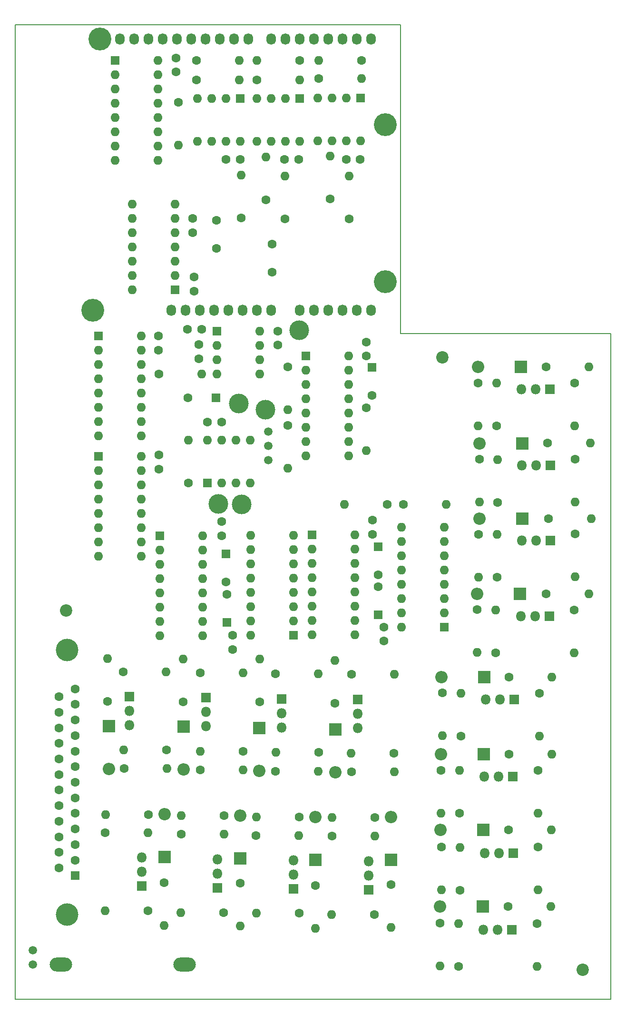
<source format=gbs>
G04 #@! TF.GenerationSoftware,KiCad,Pcbnew,(2017-11-10 revision d8f4e35)-HEAD*
G04 #@! TF.CreationDate,2017-12-12T16:38:04-08:00*
G04 #@! TF.ProjectId,shield_pcb,736869656C645F7063622E6B69636164,0.1*
G04 #@! TF.SameCoordinates,Original*
G04 #@! TF.FileFunction,Soldermask,Bot*
G04 #@! TF.FilePolarity,Negative*
%FSLAX46Y46*%
G04 Gerber Fmt 4.6, Leading zero omitted, Abs format (unit mm)*
G04 Created by KiCad (PCBNEW (2017-11-10 revision d8f4e35)-HEAD) date Tue Dec 12 16:38:04 2017*
%MOMM*%
%LPD*%
G01*
G04 APERTURE LIST*
%ADD10C,0.150000*%
%ADD11C,2.200000*%
%ADD12O,1.727200X2.032000*%
%ADD13R,1.600000X1.600000*%
%ADD14O,1.600000X1.600000*%
%ADD15C,1.600000*%
%ADD16C,3.500120*%
%ADD17C,4.064000*%
%ADD18O,4.000000X2.500000*%
%ADD19C,4.000000*%
%ADD20O,2.200000X2.200000*%
%ADD21R,2.200000X2.200000*%
%ADD22R,1.800000X1.800000*%
%ADD23O,1.800000X1.800000*%
%ADD24C,1.500000*%
G04 APERTURE END LIST*
D10*
X150000000Y-71800000D02*
X150000000Y-190200000D01*
X112600000Y-71800000D02*
X150000000Y-71800000D01*
X44000000Y-190200000D02*
X44000000Y-16800000D01*
X112600000Y-71800000D02*
X112600000Y-16800000D01*
X112600000Y-16800000D02*
X44000000Y-16800000D01*
X44000000Y-190200000D02*
X150000000Y-190200000D01*
D11*
X120000000Y-76000000D03*
X145000000Y-185000000D03*
X53000000Y-121000000D03*
D12*
X89518000Y-19365000D03*
X92058000Y-19365000D03*
X94598000Y-19365000D03*
X97138000Y-19365000D03*
X99678000Y-19365000D03*
X102218000Y-19365000D03*
X104758000Y-19365000D03*
X107298000Y-19365000D03*
D13*
X61800000Y-23200000D03*
D14*
X69420000Y-40980000D03*
X61800000Y-25740000D03*
X69420000Y-38440000D03*
X61800000Y-28280000D03*
X69420000Y-35900000D03*
X61800000Y-30820000D03*
X69420000Y-33360000D03*
X61800000Y-33360000D03*
X69420000Y-30820000D03*
X61800000Y-35900000D03*
X69420000Y-28280000D03*
X61800000Y-38440000D03*
X69420000Y-25740000D03*
X61800000Y-40980000D03*
X69420000Y-23200000D03*
D13*
X108600000Y-109675000D03*
D15*
X108600000Y-114675000D03*
D13*
X120371000Y-123984000D03*
D14*
X112751000Y-106204000D03*
X120371000Y-121444000D03*
X112751000Y-108744000D03*
X120371000Y-118904000D03*
X112751000Y-111284000D03*
X120371000Y-116364000D03*
X112751000Y-113824000D03*
X120371000Y-113824000D03*
X112751000Y-116364000D03*
X120371000Y-111284000D03*
X112751000Y-118904000D03*
X120371000Y-108744000D03*
X112751000Y-121444000D03*
X120371000Y-106204000D03*
X112751000Y-123984000D03*
D16*
X88550000Y-85325000D03*
D15*
X81525000Y-115925000D03*
D13*
X81525000Y-110925000D03*
X94598000Y-29965000D03*
D14*
X86978000Y-37585000D03*
X92058000Y-29965000D03*
X89518000Y-37585000D03*
X89518000Y-29965000D03*
X92058000Y-37585000D03*
X86978000Y-29965000D03*
X94598000Y-37585000D03*
D15*
X91900000Y-40800000D03*
X94400000Y-40800000D03*
D12*
X71738000Y-67625000D03*
X74278000Y-67625000D03*
X76818000Y-67625000D03*
X79358000Y-67625000D03*
X81898000Y-67625000D03*
X84438000Y-67625000D03*
X86978000Y-67625000D03*
X89518000Y-67625000D03*
X94598000Y-67625000D03*
X97138000Y-67625000D03*
X99678000Y-67625000D03*
X102218000Y-67625000D03*
X104758000Y-67625000D03*
X107298000Y-67625000D03*
X62594000Y-19365000D03*
X65134000Y-19365000D03*
X67674000Y-19365000D03*
X70214000Y-19365000D03*
X72754000Y-19365000D03*
X75294000Y-19365000D03*
X77834000Y-19365000D03*
X80374000Y-19365000D03*
X82914000Y-19365000D03*
X85454000Y-19365000D03*
D17*
X57768000Y-67625000D03*
X109838000Y-62545000D03*
X59038000Y-19365000D03*
X109838000Y-34605000D03*
D18*
X74150000Y-184000000D03*
X52150000Y-184000000D03*
D15*
X79800000Y-56600000D03*
X79800000Y-51600000D03*
X75800000Y-61700000D03*
X75800000Y-64200000D03*
X75600000Y-53800000D03*
X75600000Y-51300000D03*
X89708000Y-55815000D03*
X89708000Y-60815000D03*
D14*
X64780000Y-64000000D03*
X72400000Y-48760000D03*
X64780000Y-61460000D03*
X72400000Y-51300000D03*
X64780000Y-58920000D03*
X72400000Y-53840000D03*
X64780000Y-56380000D03*
X72400000Y-56380000D03*
X64780000Y-53840000D03*
X72400000Y-58920000D03*
X64780000Y-51300000D03*
X72400000Y-61460000D03*
X64780000Y-48760000D03*
D13*
X72400000Y-64000000D03*
D15*
X105400000Y-40800000D03*
X102900000Y-40800000D03*
X81500000Y-40800000D03*
X84000000Y-40800000D03*
D14*
X66443000Y-72210600D03*
X58823000Y-89990600D03*
X66443000Y-74750600D03*
X58823000Y-87450600D03*
X66443000Y-77290600D03*
X58823000Y-84910600D03*
X66443000Y-79830600D03*
X58823000Y-82370600D03*
X66443000Y-82370600D03*
X58823000Y-79830600D03*
X66443000Y-84910600D03*
X58823000Y-77290600D03*
X66443000Y-87450600D03*
X58823000Y-74750600D03*
X66443000Y-89990600D03*
D13*
X58823000Y-72210600D03*
X58778200Y-93564800D03*
D14*
X66398200Y-111344800D03*
X58778200Y-96104800D03*
X66398200Y-108804800D03*
X58778200Y-98644800D03*
X66398200Y-106264800D03*
X58778200Y-101184800D03*
X66398200Y-103724800D03*
X58778200Y-103724800D03*
X66398200Y-101184800D03*
X58778200Y-106264800D03*
X66398200Y-98644800D03*
X58778200Y-108804800D03*
X66398200Y-96104800D03*
X58778200Y-111344800D03*
X66398200Y-93564800D03*
D13*
X105420000Y-29890000D03*
D14*
X97800000Y-37510000D03*
X102880000Y-29890000D03*
X100340000Y-37510000D03*
X100340000Y-29890000D03*
X102880000Y-37510000D03*
X97800000Y-29890000D03*
X105420000Y-37510000D03*
D13*
X83998000Y-29965000D03*
D14*
X76378000Y-37585000D03*
X81458000Y-29965000D03*
X78918000Y-37585000D03*
X78918000Y-29965000D03*
X81458000Y-37585000D03*
X76378000Y-29965000D03*
X83998000Y-37585000D03*
D19*
X53230000Y-175155000D03*
X53230000Y-128055000D03*
D15*
X51810000Y-136370000D03*
X51810000Y-139140000D03*
X51810000Y-141910000D03*
X51810000Y-144680000D03*
X51810000Y-147450000D03*
X51810000Y-150220000D03*
X51810000Y-152990000D03*
X51810000Y-155760000D03*
X51810000Y-158530000D03*
X51810000Y-161300000D03*
X51810000Y-164070000D03*
X51810000Y-166840000D03*
X54650000Y-134985000D03*
X54650000Y-137755000D03*
X54650000Y-140525000D03*
X54650000Y-143295000D03*
X54650000Y-146065000D03*
X54650000Y-148835000D03*
X54650000Y-151605000D03*
X54650000Y-154375000D03*
X54650000Y-157145000D03*
X54650000Y-159915000D03*
X54650000Y-162685000D03*
X54650000Y-165455000D03*
D13*
X54650000Y-168225000D03*
D15*
X106500000Y-73275000D03*
X106500000Y-75775000D03*
X107500000Y-82775000D03*
D13*
X107500000Y-77775000D03*
D15*
X109571000Y-123984000D03*
X109571000Y-126484000D03*
X82650000Y-125475000D03*
X82650000Y-127975000D03*
X107600000Y-104975000D03*
X107600000Y-107475000D03*
X80725000Y-105225000D03*
X80725000Y-107725000D03*
D13*
X108575000Y-121800000D03*
D15*
X108575000Y-116800000D03*
X81694200Y-118182000D03*
D13*
X81694200Y-123182000D03*
D15*
X78200000Y-87525000D03*
X80700000Y-87525000D03*
D13*
X79750000Y-83225000D03*
D15*
X74750000Y-83225000D03*
X76650000Y-76225000D03*
X76650000Y-73725000D03*
X77150000Y-71000000D03*
X74650000Y-71000000D03*
X90700000Y-73800000D03*
X90700000Y-71300000D03*
X69423000Y-72210600D03*
X69423000Y-74710600D03*
X69578200Y-95864800D03*
X69578200Y-93364800D03*
X72600000Y-25200000D03*
X72600000Y-22700000D03*
D20*
X73942400Y-149359000D03*
D21*
X73942400Y-141739000D03*
X100940000Y-142194000D03*
D20*
X100940000Y-149814000D03*
X97446900Y-157758000D03*
D21*
X97446900Y-165378000D03*
D20*
X70546900Y-157258000D03*
D21*
X70546900Y-164878000D03*
D20*
X119735000Y-146574000D03*
D21*
X127355000Y-146574000D03*
X133833000Y-118058000D03*
D20*
X126213000Y-118058000D03*
X87427500Y-149600000D03*
D21*
X87427500Y-141980000D03*
D20*
X110880000Y-157769000D03*
D21*
X110880000Y-165389000D03*
X83995700Y-165125000D03*
D20*
X83995700Y-157505000D03*
D21*
X127424000Y-132908000D03*
D20*
X119804000Y-132908000D03*
D21*
X127264000Y-160109000D03*
D20*
X119644000Y-160109000D03*
X126346000Y-77721600D03*
D21*
X133966000Y-77721600D03*
X134225000Y-104705000D03*
D20*
X126605000Y-104705000D03*
D21*
X60632300Y-141571000D03*
D20*
X60632300Y-149191000D03*
D21*
X134207000Y-91302700D03*
D20*
X126587000Y-91302700D03*
D21*
X127224000Y-173741000D03*
D20*
X119604000Y-173741000D03*
D22*
X77944900Y-136564000D03*
D23*
X77944900Y-139104000D03*
X77944900Y-141644000D03*
X104920000Y-141934000D03*
X104920000Y-139394000D03*
D22*
X104920000Y-136854000D03*
X93504400Y-170533000D03*
D23*
X93504400Y-167993000D03*
X93504400Y-165453000D03*
X66514400Y-164963000D03*
X66514400Y-167503000D03*
D22*
X66514400Y-170043000D03*
D23*
X127480000Y-150586000D03*
X130020000Y-150586000D03*
D22*
X132560000Y-150586000D03*
D23*
X133998000Y-122060000D03*
X136538000Y-122060000D03*
D22*
X139078000Y-122060000D03*
X91400000Y-136765000D03*
D23*
X91400000Y-139305000D03*
X91400000Y-141845000D03*
X106858000Y-165654000D03*
X106858000Y-168194000D03*
D22*
X106858000Y-170734000D03*
X79993200Y-170360000D03*
D23*
X79993200Y-167820000D03*
X79993200Y-165280000D03*
D22*
X132814000Y-136888000D03*
D23*
X130274000Y-136888000D03*
X127734000Y-136888000D03*
D22*
X132654000Y-164239000D03*
D23*
X130114000Y-164239000D03*
X127574000Y-164239000D03*
X134026000Y-81651600D03*
X136566000Y-81651600D03*
D22*
X139106000Y-81651600D03*
D23*
X134110000Y-108557000D03*
X136650000Y-108557000D03*
D22*
X139190000Y-108557000D03*
X64332300Y-136371000D03*
D23*
X64332300Y-138911000D03*
X64332300Y-141451000D03*
X134182000Y-95235200D03*
X136722000Y-95235200D03*
D22*
X139262000Y-95235200D03*
D23*
X127334000Y-177821000D03*
X129874000Y-177821000D03*
D22*
X132414000Y-177821000D03*
D15*
X92500000Y-88125000D03*
D14*
X92500000Y-95745000D03*
X106500000Y-92595000D03*
D15*
X106500000Y-84975000D03*
X92500000Y-77675000D03*
D14*
X92500000Y-85295000D03*
D15*
X113050000Y-102150000D03*
D14*
X120670000Y-102150000D03*
X102555000Y-102175000D03*
D15*
X110175000Y-102175000D03*
X74800000Y-98325000D03*
D14*
X74800000Y-90705000D03*
D15*
X69575000Y-78975000D03*
D14*
X77195000Y-78975000D03*
D15*
X73892400Y-137289000D03*
D14*
X73892400Y-129669000D03*
X84512400Y-132089000D03*
D15*
X76892400Y-132089000D03*
X76892400Y-149389000D03*
D14*
X84512400Y-149389000D03*
X76922400Y-146089000D03*
D15*
X84542400Y-146089000D03*
D14*
X100908000Y-129899000D03*
D15*
X100908000Y-137519000D03*
D14*
X111478000Y-132419000D03*
D15*
X103858000Y-132419000D03*
D14*
X111428000Y-149769000D03*
D15*
X103808000Y-149769000D03*
X111408000Y-146419000D03*
D14*
X103788000Y-146419000D03*
D15*
X97396900Y-169978000D03*
D14*
X97396900Y-177598000D03*
X86926900Y-174928000D03*
D15*
X94546900Y-174928000D03*
X94546900Y-157778000D03*
D14*
X86926900Y-157778000D03*
X94466900Y-161078000D03*
D15*
X86846900Y-161078000D03*
D14*
X70446900Y-177048000D03*
D15*
X70446900Y-169428000D03*
X67596900Y-174428000D03*
D14*
X59976900Y-174428000D03*
D15*
X67646900Y-157328000D03*
D14*
X60026900Y-157328000D03*
X67566900Y-160578000D03*
D15*
X59946900Y-160578000D03*
X131905000Y-146574000D03*
D14*
X139525000Y-146574000D03*
X137005000Y-157144000D03*
D15*
X137005000Y-149524000D03*
X119755000Y-149474000D03*
D14*
X119755000Y-157094000D03*
D15*
X123055000Y-157124000D03*
D14*
X123055000Y-149504000D03*
X146053000Y-118058000D03*
D15*
X138433000Y-118058000D03*
X143433000Y-120958000D03*
D14*
X143433000Y-128578000D03*
D15*
X126233000Y-120908000D03*
D14*
X126233000Y-128528000D03*
X129533000Y-120938000D03*
D15*
X129533000Y-128558000D03*
D14*
X87477500Y-129710000D03*
D15*
X87477500Y-137330000D03*
X90327500Y-132330000D03*
D14*
X97947500Y-132330000D03*
D15*
X90327500Y-149630000D03*
D14*
X97947500Y-149630000D03*
X90357500Y-146280000D03*
D15*
X97977500Y-146280000D03*
D14*
X110880000Y-177459000D03*
D15*
X110880000Y-169839000D03*
X107930000Y-175139000D03*
D14*
X100310000Y-175139000D03*
D15*
X108030000Y-157839000D03*
D14*
X100410000Y-157839000D03*
D15*
X100380000Y-161139000D03*
D14*
X108000000Y-161139000D03*
X83995700Y-177195000D03*
D15*
X83995700Y-169575000D03*
X81095700Y-174825000D03*
D14*
X73475700Y-174825000D03*
X73525700Y-157525000D03*
D15*
X81145700Y-157525000D03*
X73495700Y-160825000D03*
D14*
X81115700Y-160825000D03*
X139509000Y-132865000D03*
D15*
X131889000Y-132865000D03*
X137289000Y-135765000D03*
D14*
X137289000Y-143385000D03*
X119989000Y-143335000D03*
D15*
X119989000Y-135715000D03*
D14*
X123289000Y-135795000D03*
D15*
X123289000Y-143415000D03*
X131739000Y-160036000D03*
D14*
X139359000Y-160036000D03*
D15*
X137039000Y-163136000D03*
D14*
X137039000Y-170756000D03*
D15*
X119839000Y-163136000D03*
D14*
X119839000Y-170756000D03*
X123139000Y-163166000D03*
D15*
X123139000Y-170786000D03*
D14*
X146091000Y-77679100D03*
D15*
X138471000Y-77679100D03*
X143521000Y-80579100D03*
D14*
X143521000Y-88199100D03*
D15*
X126371000Y-80529100D03*
D14*
X126371000Y-88149100D03*
X129621000Y-80559100D03*
D15*
X129621000Y-88179100D03*
X138925000Y-104705000D03*
D14*
X146545000Y-104705000D03*
X143625000Y-115025000D03*
D15*
X143625000Y-107405000D03*
D14*
X126425000Y-115125000D03*
D15*
X126425000Y-107505000D03*
X129725000Y-115105000D03*
D14*
X129725000Y-107485000D03*
D15*
X60432300Y-137171000D03*
D14*
X60432300Y-129551000D03*
X70852300Y-131971000D03*
D15*
X63232300Y-131971000D03*
X63332300Y-149171000D03*
D14*
X70952300Y-149171000D03*
X63312300Y-145871000D03*
D15*
X70932300Y-145871000D03*
D14*
X146377000Y-91202700D03*
D15*
X138757000Y-91202700D03*
X143657000Y-94152700D03*
D14*
X143657000Y-101772700D03*
D15*
X126607000Y-94152700D03*
D14*
X126607000Y-101772700D03*
X129807000Y-94183000D03*
D15*
X129807000Y-101803000D03*
X131729000Y-173669000D03*
D14*
X139349000Y-173669000D03*
X136829000Y-184339000D03*
D15*
X136829000Y-176719000D03*
D14*
X119629000Y-184289000D03*
D15*
X119629000Y-176669000D03*
X122929000Y-184369000D03*
D14*
X122929000Y-176749000D03*
X97980000Y-23200000D03*
D15*
X105600000Y-23200000D03*
X98000000Y-26400000D03*
D14*
X105620000Y-26400000D03*
D15*
X103400000Y-51400000D03*
D14*
X103400000Y-43780000D03*
X100000000Y-40180000D03*
D15*
X100000000Y-47800000D03*
D14*
X86980000Y-23200000D03*
D15*
X94600000Y-23200000D03*
X87000000Y-26600000D03*
D14*
X94620000Y-26600000D03*
D15*
X92000000Y-51400000D03*
D14*
X92000000Y-43780000D03*
X88600000Y-40380000D03*
D15*
X88600000Y-48000000D03*
D14*
X83820000Y-23200000D03*
D15*
X76200000Y-23200000D03*
X76200000Y-26600000D03*
D14*
X83820000Y-26600000D03*
D15*
X84200000Y-51200000D03*
D14*
X84200000Y-43580000D03*
X73000000Y-38220000D03*
D15*
X73000000Y-30600000D03*
D14*
X103320000Y-75775000D03*
X95700000Y-93555000D03*
X103320000Y-78315000D03*
X95700000Y-91015000D03*
X103320000Y-80855000D03*
X95700000Y-88475000D03*
X103320000Y-83395000D03*
X95700000Y-85935000D03*
X103320000Y-85935000D03*
X95700000Y-83395000D03*
X103320000Y-88475000D03*
X95700000Y-80855000D03*
X103320000Y-91015000D03*
X95700000Y-78315000D03*
X103320000Y-93555000D03*
D13*
X95700000Y-75775000D03*
D14*
X77345000Y-107725000D03*
X69725000Y-125505000D03*
X77345000Y-110265000D03*
X69725000Y-122965000D03*
X77345000Y-112805000D03*
X69725000Y-120425000D03*
X77345000Y-115345000D03*
X69725000Y-117885000D03*
X77345000Y-117885000D03*
X69725000Y-115345000D03*
X77345000Y-120425000D03*
X69725000Y-112805000D03*
X77345000Y-122965000D03*
X69725000Y-110265000D03*
X77345000Y-125505000D03*
D13*
X69725000Y-107725000D03*
D14*
X85905000Y-125425000D03*
X93525000Y-107645000D03*
X85905000Y-122885000D03*
X93525000Y-110185000D03*
X85905000Y-120345000D03*
X93525000Y-112725000D03*
X85905000Y-117805000D03*
X93525000Y-115265000D03*
X85905000Y-115265000D03*
X93525000Y-117805000D03*
X85905000Y-112725000D03*
X93525000Y-120345000D03*
X85905000Y-110185000D03*
X93525000Y-122885000D03*
X85905000Y-107645000D03*
D13*
X93525000Y-125425000D03*
X96800000Y-107562000D03*
D14*
X104420000Y-125342000D03*
X96800000Y-110102000D03*
X104420000Y-122802000D03*
X96800000Y-112642000D03*
X104420000Y-120262000D03*
X96800000Y-115182000D03*
X104420000Y-117722000D03*
X96800000Y-117722000D03*
X104420000Y-115182000D03*
X96800000Y-120262000D03*
X104420000Y-112642000D03*
X96800000Y-122802000D03*
X104420000Y-110102000D03*
X96800000Y-125342000D03*
X104420000Y-107562000D03*
D13*
X78200000Y-98325000D03*
D14*
X85820000Y-90705000D03*
X80740000Y-98325000D03*
X83280000Y-90705000D03*
X83280000Y-98325000D03*
X80740000Y-90705000D03*
X85820000Y-98325000D03*
X78200000Y-90705000D03*
X87470000Y-71350000D03*
X79850000Y-78970000D03*
X87470000Y-73890000D03*
X79850000Y-76430000D03*
X87470000Y-76430000D03*
X79850000Y-73890000D03*
X87470000Y-78970000D03*
D13*
X79850000Y-71350000D03*
D16*
X80100000Y-102075000D03*
X84250000Y-102125000D03*
X83750000Y-84175000D03*
X94550000Y-71150000D03*
D24*
X89050000Y-94265000D03*
X89050000Y-91725000D03*
X89050000Y-89185000D03*
X47125000Y-181505000D03*
X47125000Y-184045000D03*
M02*

</source>
